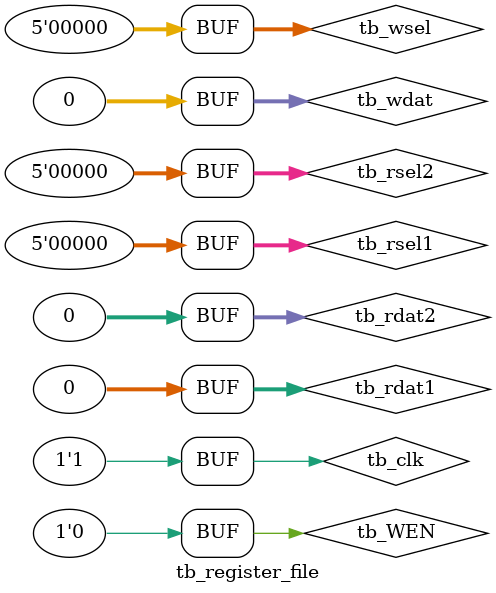
<source format=sv>
module tb_register_file;

	logic [4:0] tb_wsel = 0;
	logic [31:0] tb_wdat = 0;
	logic tb_WEN = 0;
	logic tb_clk = 0;
	logic [4:0] tb_rsel1 = 0;
	logic [4:0] tb_rsel2 = 0;
	logic [31:0] tb_rdat1 = 0;
	logic [31:0] tb_rdat2 = 0;

	register_file tb_register_file(
		tb_wsel,
		tb_wdat,
		tb_WEN,
		tb_clk,
		tb_rsel1,
		tb_rsel2,
		tb_rdat1,
		tb_rdat2
	);

	always begin
		#10ns
		tb_clk = 0;
		#10ns
		tb_clk = 1;
	end
endmodule
</source>
